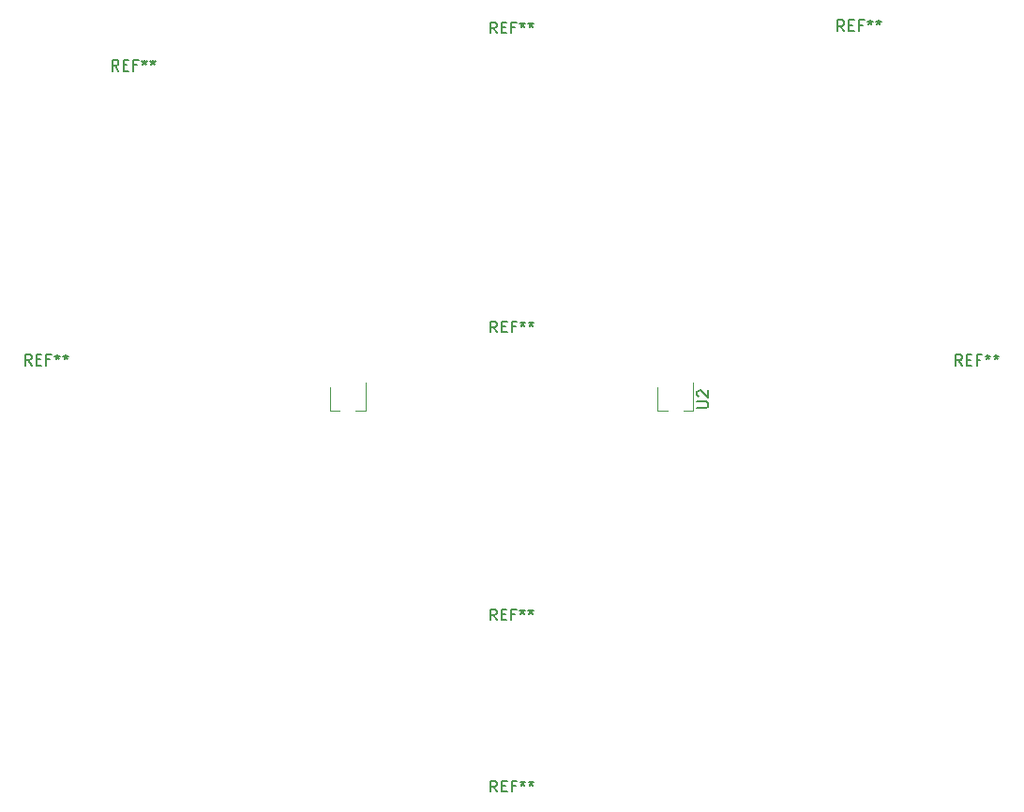
<source format=gto>
G04 #@! TF.GenerationSoftware,KiCad,Pcbnew,(5.1.5)-3*
G04 #@! TF.CreationDate,2022-01-09T16:05:41+01:00*
G04 #@! TF.ProjectId,plateau allumage,706c6174-6561-4752-9061-6c6c756d6167,rev?*
G04 #@! TF.SameCoordinates,Original*
G04 #@! TF.FileFunction,Legend,Top*
G04 #@! TF.FilePolarity,Positive*
%FSLAX46Y46*%
G04 Gerber Fmt 4.6, Leading zero omitted, Abs format (unit mm)*
G04 Created by KiCad (PCBNEW (5.1.5)-3) date 2022-01-09 16:05:41*
%MOMM*%
%LPD*%
G04 APERTURE LIST*
%ADD10C,0.120000*%
%ADD11C,0.150000*%
G04 APERTURE END LIST*
D10*
X140540000Y-100525000D02*
X140540000Y-102675000D01*
X143760000Y-100100000D02*
X143760000Y-102675000D01*
X141450000Y-102675000D02*
X140540000Y-102675000D01*
X143760000Y-102675000D02*
X142850000Y-102675000D01*
X110930000Y-100525000D02*
X110930000Y-102675000D01*
X114150000Y-100100000D02*
X114150000Y-102675000D01*
X111840000Y-102675000D02*
X110930000Y-102675000D01*
X114150000Y-102675000D02*
X113240000Y-102675000D01*
D11*
X126016666Y-137052380D02*
X125683333Y-136576190D01*
X125445238Y-137052380D02*
X125445238Y-136052380D01*
X125826190Y-136052380D01*
X125921428Y-136100000D01*
X125969047Y-136147619D01*
X126016666Y-136242857D01*
X126016666Y-136385714D01*
X125969047Y-136480952D01*
X125921428Y-136528571D01*
X125826190Y-136576190D01*
X125445238Y-136576190D01*
X126445238Y-136528571D02*
X126778571Y-136528571D01*
X126921428Y-137052380D02*
X126445238Y-137052380D01*
X126445238Y-136052380D01*
X126921428Y-136052380D01*
X127683333Y-136528571D02*
X127350000Y-136528571D01*
X127350000Y-137052380D02*
X127350000Y-136052380D01*
X127826190Y-136052380D01*
X128350000Y-136052380D02*
X128350000Y-136290476D01*
X128111904Y-136195238D02*
X128350000Y-136290476D01*
X128588095Y-136195238D01*
X128207142Y-136480952D02*
X128350000Y-136290476D01*
X128492857Y-136480952D01*
X129111904Y-136052380D02*
X129111904Y-136290476D01*
X128873809Y-136195238D02*
X129111904Y-136290476D01*
X129350000Y-136195238D01*
X128969047Y-136480952D02*
X129111904Y-136290476D01*
X129254761Y-136480952D01*
X91866666Y-71952380D02*
X91533333Y-71476190D01*
X91295238Y-71952380D02*
X91295238Y-70952380D01*
X91676190Y-70952380D01*
X91771428Y-71000000D01*
X91819047Y-71047619D01*
X91866666Y-71142857D01*
X91866666Y-71285714D01*
X91819047Y-71380952D01*
X91771428Y-71428571D01*
X91676190Y-71476190D01*
X91295238Y-71476190D01*
X92295238Y-71428571D02*
X92628571Y-71428571D01*
X92771428Y-71952380D02*
X92295238Y-71952380D01*
X92295238Y-70952380D01*
X92771428Y-70952380D01*
X93533333Y-71428571D02*
X93200000Y-71428571D01*
X93200000Y-71952380D02*
X93200000Y-70952380D01*
X93676190Y-70952380D01*
X94200000Y-70952380D02*
X94200000Y-71190476D01*
X93961904Y-71095238D02*
X94200000Y-71190476D01*
X94438095Y-71095238D01*
X94057142Y-71380952D02*
X94200000Y-71190476D01*
X94342857Y-71380952D01*
X94961904Y-70952380D02*
X94961904Y-71190476D01*
X94723809Y-71095238D02*
X94961904Y-71190476D01*
X95200000Y-71095238D01*
X94819047Y-71380952D02*
X94961904Y-71190476D01*
X95104761Y-71380952D01*
X126006666Y-68552380D02*
X125673333Y-68076190D01*
X125435238Y-68552380D02*
X125435238Y-67552380D01*
X125816190Y-67552380D01*
X125911428Y-67600000D01*
X125959047Y-67647619D01*
X126006666Y-67742857D01*
X126006666Y-67885714D01*
X125959047Y-67980952D01*
X125911428Y-68028571D01*
X125816190Y-68076190D01*
X125435238Y-68076190D01*
X126435238Y-68028571D02*
X126768571Y-68028571D01*
X126911428Y-68552380D02*
X126435238Y-68552380D01*
X126435238Y-67552380D01*
X126911428Y-67552380D01*
X127673333Y-68028571D02*
X127340000Y-68028571D01*
X127340000Y-68552380D02*
X127340000Y-67552380D01*
X127816190Y-67552380D01*
X128340000Y-67552380D02*
X128340000Y-67790476D01*
X128101904Y-67695238D02*
X128340000Y-67790476D01*
X128578095Y-67695238D01*
X128197142Y-67980952D02*
X128340000Y-67790476D01*
X128482857Y-67980952D01*
X129101904Y-67552380D02*
X129101904Y-67790476D01*
X128863809Y-67695238D02*
X129101904Y-67790476D01*
X129340000Y-67695238D01*
X128959047Y-67980952D02*
X129101904Y-67790476D01*
X129244761Y-67980952D01*
X84006666Y-98542380D02*
X83673333Y-98066190D01*
X83435238Y-98542380D02*
X83435238Y-97542380D01*
X83816190Y-97542380D01*
X83911428Y-97590000D01*
X83959047Y-97637619D01*
X84006666Y-97732857D01*
X84006666Y-97875714D01*
X83959047Y-97970952D01*
X83911428Y-98018571D01*
X83816190Y-98066190D01*
X83435238Y-98066190D01*
X84435238Y-98018571D02*
X84768571Y-98018571D01*
X84911428Y-98542380D02*
X84435238Y-98542380D01*
X84435238Y-97542380D01*
X84911428Y-97542380D01*
X85673333Y-98018571D02*
X85340000Y-98018571D01*
X85340000Y-98542380D02*
X85340000Y-97542380D01*
X85816190Y-97542380D01*
X86340000Y-97542380D02*
X86340000Y-97780476D01*
X86101904Y-97685238D02*
X86340000Y-97780476D01*
X86578095Y-97685238D01*
X86197142Y-97970952D02*
X86340000Y-97780476D01*
X86482857Y-97970952D01*
X87101904Y-97542380D02*
X87101904Y-97780476D01*
X86863809Y-97685238D02*
X87101904Y-97780476D01*
X87340000Y-97685238D01*
X86959047Y-97970952D02*
X87101904Y-97780476D01*
X87244761Y-97970952D01*
X168006666Y-98552380D02*
X167673333Y-98076190D01*
X167435238Y-98552380D02*
X167435238Y-97552380D01*
X167816190Y-97552380D01*
X167911428Y-97600000D01*
X167959047Y-97647619D01*
X168006666Y-97742857D01*
X168006666Y-97885714D01*
X167959047Y-97980952D01*
X167911428Y-98028571D01*
X167816190Y-98076190D01*
X167435238Y-98076190D01*
X168435238Y-98028571D02*
X168768571Y-98028571D01*
X168911428Y-98552380D02*
X168435238Y-98552380D01*
X168435238Y-97552380D01*
X168911428Y-97552380D01*
X169673333Y-98028571D02*
X169340000Y-98028571D01*
X169340000Y-98552380D02*
X169340000Y-97552380D01*
X169816190Y-97552380D01*
X170340000Y-97552380D02*
X170340000Y-97790476D01*
X170101904Y-97695238D02*
X170340000Y-97790476D01*
X170578095Y-97695238D01*
X170197142Y-97980952D02*
X170340000Y-97790476D01*
X170482857Y-97980952D01*
X171101904Y-97552380D02*
X171101904Y-97790476D01*
X170863809Y-97695238D02*
X171101904Y-97790476D01*
X171340000Y-97695238D01*
X170959047Y-97980952D02*
X171101904Y-97790476D01*
X171244761Y-97980952D01*
X125996666Y-121552380D02*
X125663333Y-121076190D01*
X125425238Y-121552380D02*
X125425238Y-120552380D01*
X125806190Y-120552380D01*
X125901428Y-120600000D01*
X125949047Y-120647619D01*
X125996666Y-120742857D01*
X125996666Y-120885714D01*
X125949047Y-120980952D01*
X125901428Y-121028571D01*
X125806190Y-121076190D01*
X125425238Y-121076190D01*
X126425238Y-121028571D02*
X126758571Y-121028571D01*
X126901428Y-121552380D02*
X126425238Y-121552380D01*
X126425238Y-120552380D01*
X126901428Y-120552380D01*
X127663333Y-121028571D02*
X127330000Y-121028571D01*
X127330000Y-121552380D02*
X127330000Y-120552380D01*
X127806190Y-120552380D01*
X128330000Y-120552380D02*
X128330000Y-120790476D01*
X128091904Y-120695238D02*
X128330000Y-120790476D01*
X128568095Y-120695238D01*
X128187142Y-120980952D02*
X128330000Y-120790476D01*
X128472857Y-120980952D01*
X129091904Y-120552380D02*
X129091904Y-120790476D01*
X128853809Y-120695238D02*
X129091904Y-120790476D01*
X129330000Y-120695238D01*
X128949047Y-120980952D02*
X129091904Y-120790476D01*
X129234761Y-120980952D01*
X126016666Y-95562380D02*
X125683333Y-95086190D01*
X125445238Y-95562380D02*
X125445238Y-94562380D01*
X125826190Y-94562380D01*
X125921428Y-94610000D01*
X125969047Y-94657619D01*
X126016666Y-94752857D01*
X126016666Y-94895714D01*
X125969047Y-94990952D01*
X125921428Y-95038571D01*
X125826190Y-95086190D01*
X125445238Y-95086190D01*
X126445238Y-95038571D02*
X126778571Y-95038571D01*
X126921428Y-95562380D02*
X126445238Y-95562380D01*
X126445238Y-94562380D01*
X126921428Y-94562380D01*
X127683333Y-95038571D02*
X127350000Y-95038571D01*
X127350000Y-95562380D02*
X127350000Y-94562380D01*
X127826190Y-94562380D01*
X128350000Y-94562380D02*
X128350000Y-94800476D01*
X128111904Y-94705238D02*
X128350000Y-94800476D01*
X128588095Y-94705238D01*
X128207142Y-94990952D02*
X128350000Y-94800476D01*
X128492857Y-94990952D01*
X129111904Y-94562380D02*
X129111904Y-94800476D01*
X128873809Y-94705238D02*
X129111904Y-94800476D01*
X129350000Y-94705238D01*
X128969047Y-94990952D02*
X129111904Y-94800476D01*
X129254761Y-94990952D01*
X157376666Y-68362380D02*
X157043333Y-67886190D01*
X156805238Y-68362380D02*
X156805238Y-67362380D01*
X157186190Y-67362380D01*
X157281428Y-67410000D01*
X157329047Y-67457619D01*
X157376666Y-67552857D01*
X157376666Y-67695714D01*
X157329047Y-67790952D01*
X157281428Y-67838571D01*
X157186190Y-67886190D01*
X156805238Y-67886190D01*
X157805238Y-67838571D02*
X158138571Y-67838571D01*
X158281428Y-68362380D02*
X157805238Y-68362380D01*
X157805238Y-67362380D01*
X158281428Y-67362380D01*
X159043333Y-67838571D02*
X158710000Y-67838571D01*
X158710000Y-68362380D02*
X158710000Y-67362380D01*
X159186190Y-67362380D01*
X159710000Y-67362380D02*
X159710000Y-67600476D01*
X159471904Y-67505238D02*
X159710000Y-67600476D01*
X159948095Y-67505238D01*
X159567142Y-67790952D02*
X159710000Y-67600476D01*
X159852857Y-67790952D01*
X160471904Y-67362380D02*
X160471904Y-67600476D01*
X160233809Y-67505238D02*
X160471904Y-67600476D01*
X160710000Y-67505238D01*
X160329047Y-67790952D02*
X160471904Y-67600476D01*
X160614761Y-67790952D01*
X144102380Y-102361904D02*
X144911904Y-102361904D01*
X145007142Y-102314285D01*
X145054761Y-102266666D01*
X145102380Y-102171428D01*
X145102380Y-101980952D01*
X145054761Y-101885714D01*
X145007142Y-101838095D01*
X144911904Y-101790476D01*
X144102380Y-101790476D01*
X144197619Y-101361904D02*
X144150000Y-101314285D01*
X144102380Y-101219047D01*
X144102380Y-100980952D01*
X144150000Y-100885714D01*
X144197619Y-100838095D01*
X144292857Y-100790476D01*
X144388095Y-100790476D01*
X144530952Y-100838095D01*
X145102380Y-101409523D01*
X145102380Y-100790476D01*
M02*

</source>
